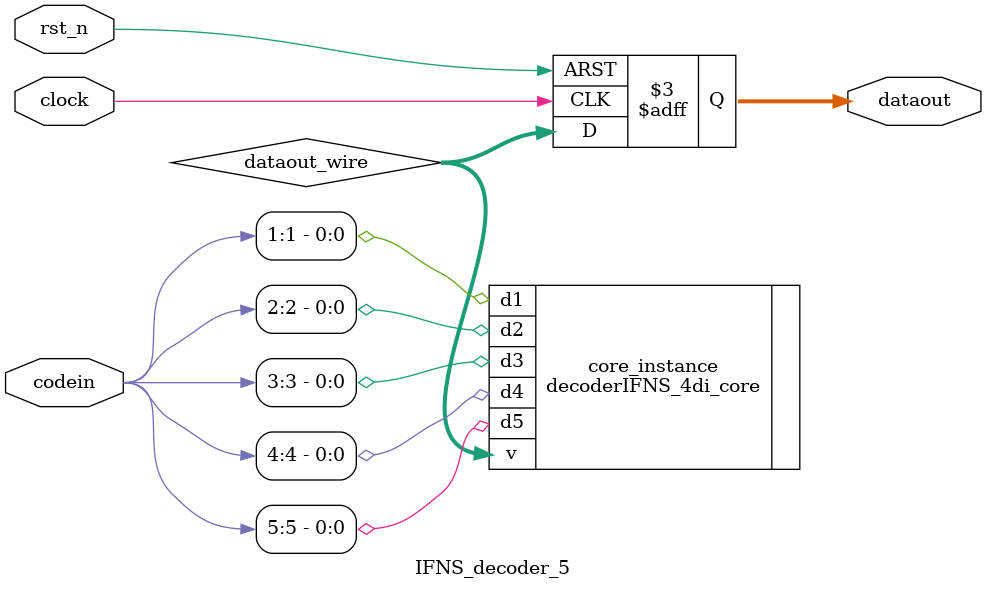
<source format=v>
module IFNS_decoder_5(
    input wire clock,
    input wire rst_n,
    output reg [3:0] dataout,
    input wire [5:1] codein
);

    wire [3:0] dataout_wire;

    decoderIFNS_4di_core core_instance(
        .v(dataout_wire),
        .d5(codein[5]),
        .d4(codein[4]),
        .d3(codein[3]),
        .d2(codein[2]),
        .d1(codein[1])
    );

    //sync
    always @(posedge clock or negedge rst_n) begin
        if (~rst_n) begin
            dataout <= 0;
        end
        else begin
            dataout <= dataout_wire;
        end
    end

endmodule
</source>
